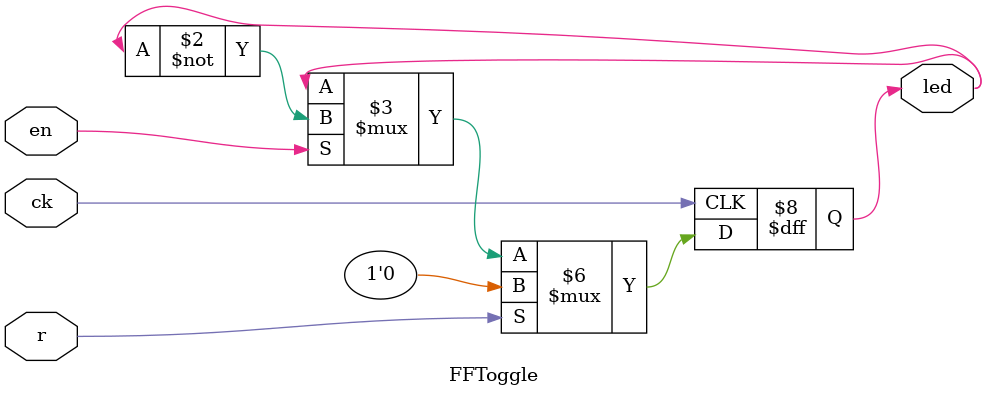
<source format=v>

module FFToggle (ck,en,r,led);
    input wire ck, en, r;
    output reg led;

    always @(posedge ck) begin
        if (r)
            led<=1'b0;
        else if (en) 
            led<=~led;
    end
endmodule
</source>
